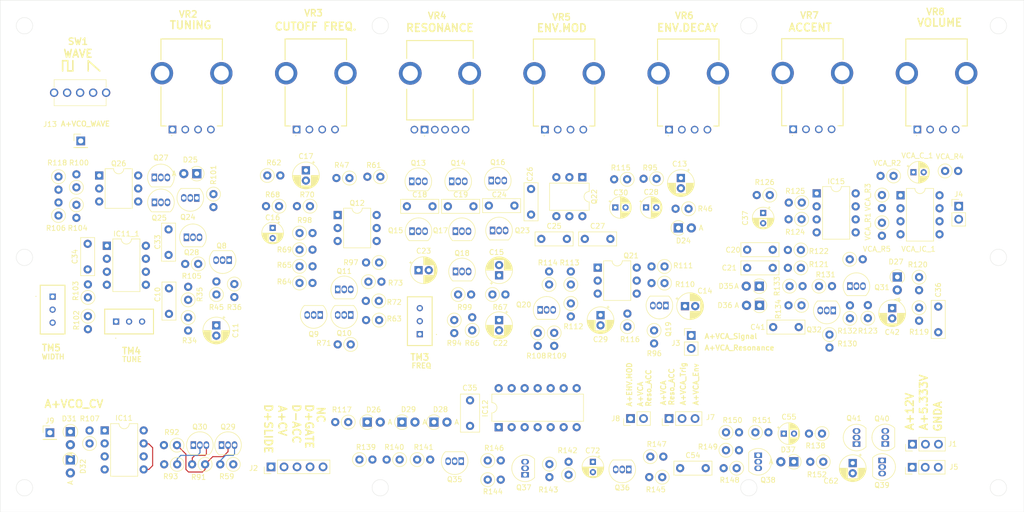
<source format=kicad_pcb>
(kicad_pcb (version 20240108) (generator "pcbnew") (generator_version "8.0")
  (layers (0 "F.Cu" signal) (31 "B.Cu" signal) (34 "B.Paste" user) (35 "F.Paste" user) (36 "B.SilkS" user "B.Silkscreen") (37 "F.SilkS" user "F.Silkscreen") (38 "B.Mask" user) (39 "F.Mask" user) (44 "Edge.Cuts" user))
  (net 0 "")
  (net 1 "GNDA")
  (net 2 "Net-(C35-Pad1)")
  (net 3 "A+ENV_Trig")
  (net 4 "Net-(C54-Pad1)")
  (net 5 "Net-(Q38-E)")
  (net 6 "Net-(Q41-B)")
  (net 7 "Net-(Q36-B)")
  (net 8 "A+12V")
  (net 9 "A+5.333V")
  (net 10 "Net-(D28-K)")
  (net 11 "Net-(D28-A)")
  (net 12 "A+VCO_CV")
  (net 13 "Net-(D37-K)")
  (net 14 "A+VCA_Env")
  (net 15 "A+CV")
  (net 16 "Net-(IC11A--)")
  (net 17 "Net-(IC11B-+)")
  (net 18 "Net-(Q30-C)")
  (net 19 "Net-(Q35-C)")
  (net 20 "Net-(Q29-C)")
  (net 21 "Net-(VR7-CCW)")
  (net 22 "A+ENV.MOD")
  (net 23 "D-ACC")
  (net 25 "D+GATE")
  (net 26 "D+SLIDE")
  (net 27 "A+VCA_Trig")
  (net 28 "A+VCA-Reso_ACC")
  (net 29 "Net-(Q29-B)")
  (net 30 "Net-(Q30-B)")
  (net 31 "Net-(Q35-B)")
  (net 32 "Net-(Q37-B)")
  (net 33 "Net-(Q38-B)")
  (net 34 "Net-(Q40-B)")
  (net 37 "Net-(Q36-E)")
  (net 38 "Net-(D26-A)")
  (net 39 "Net-(VR6-CCW)")
  (net 40 "A+VCO_SAW")
  (net 41 "Net-(C10-Pad1)")
  (net 42 "Net-(Q8-E)")
  (net 43 "Net-(Q25-E)")
  (net 44 "Net-(IC11_1A--)")
  (net 45 "Net-(C34-Pad2)")
  (net 46 "Net-(D25-A)")
  (net 47 "Net-(D25-K)")
  (net 48 "Net-(VR4-CCW_2)")
  (net 49 "Net-(Q8-B)")
  (net 50 "A+VCO_SQU")
  (net 51 "Net-(Q24-E)")
  (net 52 "Net-(Q25-C)")
  (net 53 "Net-(Q26-B2)")
  (net 55 "Net-(Q26-E)")
  (net 56 "Net-(TM4-WIPER)")
  (net 57 "Net-(TM5-CCW)")
  (net 58 "Net-(VR2-WIPER)")
  (net 60 "Net-(IC11_1B-+)")
  (net 61 "A+VCO_WAVE")
  (net 62 "A+VCA_Signal")
  (net 63 "Net-(Q19-E)")
  (net 64 "Net-(C15-Pad1)")
  (net 65 "A+VCA_Resonance")
  (net 66 "Net-(C16-Pad1)")
  (net 67 "Net-(C17-Pad1)")
  (net 68 "Net-(Q12-B1)")
  (net 69 "Net-(Q12-C1)")
  (net 70 "Net-(Q12-C2)")
  (net 71 "Net-(Q15-B)")
  (net 72 "Net-(Q13-B)")
  (net 73 "Net-(C20-Pad2)")
  (net 74 "Net-(C21-Pad2)")
  (net 75 "Net-(C22-Pad1)")
  (net 76 "Net-(C23-Pad1)")
  (net 77 "Net-(Q18-E)")
  (net 78 "Net-(Q17-B)")
  (net 79 "Net-(Q14-B)")
  (net 80 "Net-(Q21-B2)")
  (net 81 "Net-(Q16-B)")
  (net 82 "Net-(Q22-E2)")
  (net 83 "Net-(Q21-B1)")
  (net 84 "Net-(Q19-C)")
  (net 85 "Net-(C29-Pad1)")
  (net 86 "Net-(Q22-B12)")
  (net 87 "Net-(C36-Pad2)")
  (net 88 "Net-(C37-Pad1)")
  (net 89 "Net-(Q32-B)")
  (net 90 "Net-(Q31-B)")
  (net 91 "Net-(D24-K)")
  (net 92 "Net-(D27-K)")
  (net 93 "Net-(D27-A)")
  (net 94 "Net-(D35-K)")
  (net 95 "Net-(D36-K)")
  (net 96 "Net-(IC15--)")
  (net 97 "A+VCA_Control")
  (net 98 "Net-(VCA_IC_1A-+)")
  (net 99 "Net-(IC15-+)")
  (net 102 "Net-(J4-Pin_1)")
  (net 103 "Net-(Q10-C)")
  (net 104 "Net-(Q9-B)")
  (net 105 "Net-(Q10-B)")
  (net 106 "Net-(Q10-E)")
  (net 107 "Net-(Q11-C)")
  (net 108 "Net-(Q12-B2)")
  (net 110 "Net-(Q12-E)")
  (net 111 "Net-(Q18-B)")
  (net 112 "Net-(Q19-B)")
  (net 113 "Net-(Q20-B)")
  (net 114 "Net-(Q20-C)")
  (net 115 "Net-(Q20-E)")
  (net 117 "Net-(Q21-C1)")
  (net 119 "Net-(Q31-E)")
  (net 120 "Net-(Q32-C)")
  (net 121 "Net-(Q32-E)")
  (net 122 "Net-(VR4-CW_2)")
  (net 123 "Net-(VR3-CW)")
  (net 124 "Net-(VR5-CW)")
  (net 125 "Net-(VR5-WIPER)")
  (net 126 "Net-(VR4-WIPER_2)")
  (net 127 "Net-(TM3-CCW)")
  (net 128 "Net-(R131-Pad2)")
  (net 129 "Net-(TM3-CW)")
  (net 130 "Net-(VR8-CCW)")
  (net 131 "Net-(VCA_C_1-Pad1)")
  (net 132 "Net-(VCA_IC_1A--)")
  (net 133 "Net-(VCA_IC_1B-+)")
  (net 134 "Net-(VCA_IC_1-Pad1)")
  (footprint "Capacitor_THT:CP_Radial_D5.0mm_P2.00mm" (layer "F.Cu") (at 77.98 103.29 -90)
    (property "Reference" "C11")
    (property "Value" "1uF/50V")
  )
  (footprint "Capacitor_THT:CP_Radial_D4.0mm_P2.00mm" (layer "F.Cu") (at 88.98 84.25 -90)
    (property "Reference" "C16")
    (property "Value" "10uF/16V")
  )
  (footprint "Resistor_THT:R_Axial_DIN0207_L6.3mm_D2.5mm_P2.54mm_Vertical" (layer "F.Cu") (at 220.34 73.12)
    (property "Reference" "VCA_R4")
    (property "Value" "100K")
  )
  (footprint "Resistor_THT:R_Axial_DIN0207_L6.3mm_D2.5mm_P2.54mm_Vertical" (layer "F.Cu") (at 196.29 124.425 180)
    (property "Reference" "R138")
    (property "Value" "68K")
  )
  (footprint "Resistor_THT:R_Axial_DIN0207_L6.3mm_D2.5mm_P2.54mm_Vertical" (layer "F.Cu") (at 50.65 76.32 90)
    (property "Reference" "R100")
    (property "Value" "1K(TEMPCO)")
  )
  (footprint "Resistor_THT:R_Axial_DIN0207_L6.3mm_D2.5mm_P2.54mm_Vertical" (layer "F.Cu") (at 70.29 126.675 180)
    (property "Reference" "R92")
    (property "Value" "100K")
  )
  (footprint "Package_TO_SOT_THT:TO-92_Inline" (layer "F.Cu") (at 141.23 100.25)
    (property "Reference" "Q20")
    (property "Value" "NPN")
  )
  (footprint "Package_TO_SOT_THT:TO-92_Inline" (layer "F.Cu") (at 125.81 129.815 180)
    (property "Reference" "Q35")
    (property "Value" "NPN")
  )
  (footprint "Package_DIP:DIP-6_W7.62mm" (layer "F.Cu") (at 152.48 92)
    (property "Reference" "Q21")
    (property "Value" "HN4C06J-BL_6P DIP")
  )
  (footprint "Resistor_THT:R_Axial_DIN0207_L6.3mm_D2.5mm_P2.54mm_Vertical" (layer "F.Cu") (at 183.285 124.175)
    (property "Reference" "R151")
    (property "Value" "22K")
  )
  (footprint "Diode_THT:D_A-405_P2.54mm_Vertical_AnodeUp" (layer "F.Cu") (at 114.245 122.175)
    (property "Reference" "D29")
    (property "Value" "D")
  )
  (footprint "Package_DIP:DIP-6_W7.62mm" (layer "F.Cu") (at 101.68 81.725)
    (property "Reference" "Q12")
    (property "Value" "HN4C06J-BL_6P DIP")
  )
  (footprint "Package_TO_SOT_THT:TO-92_Inline" (layer "F.Cu") (at 65.9 79.25)
    (property "Reference" "Q25")
    (property "Value" "NPN")
  )
  (footprint "Resistor_THT:R_Axial_DIN0207_L6.3mm_D2.5mm_P2.54mm_Vertical" (layer "F.Cu") (at 77.42 77.64 -90)
    (property "Reference" "R101")
    (property "Value" "10K")
  )
  (footprint "Resistor_THT:R_Axial_DIN0207_L6.3mm_D2.5mm_P2.54mm_Vertical" (layer "F.Cu") (at 189.955 95.62)
    (property "Reference" "R133")
    (property "Value" "2.2K")
  )
  (footprint "Capacitor_THT:C_Rect_L7.2mm_W2.5mm_P5.00mm_FKS2_FKP2_MKS2_MKP2" (layer "F.Cu") (at 149.96 86.39)
    (property "Reference" "C27")
    (property "Value" "0.1uF")
  )
  (footprint "Resistor_THT:R_Axial_DIN0207_L6.3mm_D2.5mm_P2.54mm_Vertical" (layer "F.Cu") (at 72.48 101.745 -90)
    (property "Reference" "R34")
    (property "Value" "10K")
  )
  (footprint "Package_TO_SOT_THT:TO-92_Inline" (layer "F.Cu") (at 131.69 75)
    (property "Reference" "Q16")
    (property "Value" "NPN")
  )
  (footprint "Capacitor_THT:CP_Radial_D5.0mm_P2.00mm" (layer "F.Cu") (at 95.48 73 -90)
    (property "Reference" "C17")
    (property "Value" "1uF/50V")
  )
  (footprint "Resistor_THT:R_Axial_DIN0207_L6.3mm_D2.5mm_P2.54mm_Vertical" (layer "F.Cu") (at 94.23 95)
    (property "Reference" "R64")
    (property "Value" "10K")
  )
  (footprint "Connector_PinHeader_2.54mm:PinHeader_1x03_P2.54mm_Vertical" (layer "F.Cu") (at 213.96 126.5 90)
    (property "Reference" "J1")
    (property "Value" "Conn_01x03_Pin")
  )
  (footprint "Resistor_THT:R_Axial_DIN0207_L6.3mm_D2.5mm_P2.54mm_Vertical" (layer "F.Cu") (at 107.69 94.75)
    (property "Reference" "R73")
    (property "Value" "100K")
  )
  (footprint "Resistor_THT:R_Axial_DIN0207_L6.3mm_D2.5mm_P2.54mm_Vertical" (layer "F.Cu") (at 109.73 98.5 180)
    (property "Reference" "R72")
    (property "Value" "100K")
  )
  (footprint "Package_TO_SOT_THT:TO-92_Inline" (layer "F.Cu") (at 65.88 74.39)
    (property "Reference" "Q27")
    (property "Value" "PNP")
  )
  (footprint "Resistor_THT:R_Axial_DIN0207_L6.3mm_D2.5mm_P2.54mm_Vertical" (layer "F.Cu") (at 179.62 131.175 180)
    (property "Reference" "R148")
    (property "Value" "10K")
  )
  (footprint "Capacitor_THT:C_Rect_L7.2mm_W2.5mm_P5.00mm_FKS2_FKP2_MKS2_MKP2" (layer "F.Cu") (at 68.73 101.04 90)
    (property "Reference" "C10")
    (property "Value" "0.01uF")
  )
  (footprint "Resistor_THT:R_Axial_DIN0207_L6.3mm_D2.5mm_P2.54mm_Vertical" (layer "F.Cu") (at 143.045 130.385 -90)
    (property "Reference" "R143")
    (property "Value" "10K")
  )
  (footprint "Resistor_THT:R_Axial_DIN0207_L6.3mm_D2.5mm_P2.54mm_Vertical" (layer "F.Cu") (at 109.775 102.25 180)
    (property "Reference" "R63")
    (property "Value" "220K")
  )
  (footprint "Resistor_THT:R_Axial_DIN0207_L6.3mm_D2.5mm_P2.54mm_Vertical" (layer "F.Cu") (at 103.98 74.5 180)
    (property "Reference" "R47")
    (property "Value" "10K")
  )
  (footprint "Resistor_THT:R_Axial_DIN0207_L6.3mm_D2.5mm_P2.54mm_Vertical" (layer "F.Cu") (at 140.77 104.75 -90)
    (property "Reference" "R108")
    (property "Value" "2.2K")
  )
  (footprint "Resistor_THT:R_Axial_DIN0207_L6.3mm_D2.5mm_P2.54mm_Vertical" (layer "F.Cu") (at 205.25 101.87 90)
    (property "Reference" "R123")
    (property "Value" "1.5M")
  )
  (footprint "SamacSys_Parts:2MS1T1B4VS2QES" (layer "F.Cu") (at 53.915 57.83 -90)
    (property "Reference" "SW1")
    (property "Value" "2MS1T1B4VS2QES" (hide yes))
  )
  (footprint "Connector_PinHeader_2.54mm:PinHeader_1x01_P2.54mm_Vertical" (layer "F.Cu") (at 51.5 67.25)
    (property "Reference" "J13")
    (property "Value" "Conn_01x01_Pin")
  )
  (footprint "Resistor_THT:R_Axial_DIN0207_L6.3mm_D2.5mm_P2.54mm_Vertical" (layer "F.Cu") (at 177.535 127.675)
    (property "Reference" "R149")
    (property "Value" "10K")
  )
  (footprint "Resistor_THT:R_Axial_DIN0207_L6.3mm_D2.5mm_P2.54mm_Vertical" (layer "F.Cu") (at 125.21 97.25)
    (property "Reference" "R99")
    (property "Value" "100K")
  )
  (footprint "Resistor_THT:R_Axial_DIN0207_L6.3mm_D2.5mm_P2.54mm_Vertical" (layer "F.Cu") (at 124.46 102.25 -90)
    (property "Reference" "R94")
    (property "Value" "10K")
  )
  (footprint "Capacitor_THT:CP_Radial_D4.0mm_P2.00mm" (layer "F.Cu") (at 151.545 129.952401 -90)
    (property "Reference" "C72")
    (property "Value" "10uF/16V")
  )
  (footprint "Connector_PinHeader_2.54mm:PinHeader_1x02_P2.54mm_Vertical" (layer "F.Cu") (at 222.995 80.01)
    (property "Reference" "J4")
    (property "Value" "Conn_01x02_Pin")
  )
  (footprint "Capacitor_THT:CP_Radial_D4.0mm_P2.00mm" (layer "F.Cu") (at 161.92 80.25)
    (property "Reference" "C28")
    (property "Value" "47uF/16V")
  )
  (footprint "Resistor_THT:R_Axial_DIN0207_L6.3mm_D2.5mm_P2.54mm_Vertical" (layer "F.Cu") (at 177.54 124.175)
    (property "Reference" "R150")
    (property "Value" "22")
  )
  (footprint "Resistor_THT:R_Axial_DIN0207_L6.3mm_D2.5mm_P2.54mm_Vertical" (layer "F.Cu") (at 87.94 74)
    (property "Reference" "R62")
    (property "Value" "220K")
  )
  (footprint "Resistor_THT:R_Axial_DIN0207_L6.3mm_D2.5mm_P2.54mm_Vertical" (layer "F.Cu") (at 105.935 129.5)
    (property "Reference" "R139")
    (property "Value" "100K")
  )
  (footprint "Capacitor_THT:CP_Radial_D5.0mm_P2.00mm" (layer "F.Cu") (at 117.48 92.5)
    (property "Reference" "C23")
    (property "Value" "1uF/50V")
  )
  (footprint "Package_TO_SOT_THT:TO-92_Inline" (layer "F.Cu") (at 124.71 92.75)
    (property "Reference" "Q18")
    (property "Value" "NPN")
  )
  (footprint "Package_DIP:DIP-6_W7.62mm" (layer "F.Cu") (at 55.1 74.005)
    (property "Reference" "Q26")
    (property "Value" "HN4C06J-BL_6P DIP")
  )
  (footprint "Package_TO_SOT_THT:TO-92_Inline" (layer "F.Cu") (at 79 126.675)
    (property "Reference" "Q29")
    (property "Value" "NPN")
  )
  (footprint "Capacitor_THT:C_Rect_L7.2mm_W2.5mm_P5.00mm_FKS2_FKP2_MKS2_MKP2" (layer "F.Cu") (at 181.67 88.5)
    (property "Reference" "C20")
    (property "Value" "0.01uF")
  )
  (footprint "Resistor_THT:R_Axial_DIN0207_L6.3mm_D2.5mm_P2.54mm_Vertical" (layer "F.Cu") (at 47.15 74.235 -90)
    (property "Reference" "R118")
    (property "Value" "100K")
  )
  (footprint "Resistor_THT:R_Axial_DIN0207_L6.3mm_D2.5mm_P2.54mm_Vertical" (layer "F.Cu") (at 74.44 91.28 180)
    (property "Reference" "R105")
    (property "Value" "10K")
  )
  (footprint "Resistor_THT:R_Axial_DIN0207_L6.3mm_D2.5mm_P2.54mm_Vertical" (layer "F.Cu") (at 103.75 122.175 180)
    (property "Reference" "R117")
    (property "Value" "22K")
  )
  (footprint "Resistor_THT:R_Axial_DIN0207_L6.3mm_D2.5mm_P2.54mm_Vertical" (layer "F.Cu") (at 215.25 93.87 -90)
    (property "Reference" "R120")
    (property "Value" "22K")
  )
  (footprint "Package_TO_SOT_THT:TO-92_Inline" (layer "F.Cu") (at 198.5 100.37 180)
    (property "Reference" "Q32")
    (property "Value" "NPN")
  )
  (footprint "Resistor_THT:R_Axial_DIN0207_L6.3mm_D2.5mm_P2.54mm_Vertical" (layer "F.Cu") (at 50.65 79.735 -90)
    (property "Reference" "R104")
    (property "Value" "2.2K")
  )
  (footprint "Diode_THT:D_A-405_P2.54mm_Vertical_AnodeUp" (layer "F.Cu") (at 107.46 122.175)
    (property "Reference" "D26")
    (property "Value" "D")
  )
  (footprint "SamacSys_Parts:3296W1502A" (layer "F.Cu") (at 117.73 105)
    (property "Reference" "TM3")
    (property "Value" "500K" (hide yes))
  )
  (footprint "SamacSys_Parts:PTV1113420AA103" (layer "F.Cu") (at 69.415 65.025)
    (property "Reference" "VR2")
    (property "Value" "50K(B)" (hide yes))
  )
  (footprint "Package_TO_SOT_THT:TO-92_Inline" (layer "F.Cu") (at 73.5 126.675)
    (property "Reference" "Q30")
    (property "Value" "NPN")
  )
  (footprint "Resistor_THT:R_Axial_DIN0207_L6.3mm_D2.5mm_P2.54mm_Vertical" (layer "F.Cu") (at 70.335 130.425 180)
    (property "Reference" "R93")
    (property "Value" "100K")
  )
  (footprint "Resistor_THT:R_Axial_DIN0207_L6.3mm_D2.5mm_P2.54mm_Vertical" (layer "F.Cu") (at 146.79 132.465 90)
    (property "Reference" "R142")
    (property "Value" "10K")
  )
  (footprint "Resistor_THT:R_Axial_DIN0207_L6.3mm_D2.5mm_P2.54mm_Vertical" (layer "F.Cu") (at 81.29 130.425 180)
    (property "Reference" "R59")
    (property "Value" "100K")
  )
  (footprint "Resistor_THT:R_Axial_DIN0207_L6.3mm_D2.5mm_P2.54mm_Vertical" (layer "F.Cu") (at 72.48 98.29 90)
    (property "Reference" "R35")
    (property "Value" "100K")
  )
  (footprint "Package_TO_SOT_THT:TO-92_Inline" (layer "F.Cu") (at 116.17 75.14)
    (property "Reference" "Q13")
    (property "Value" "NPN")
  )
  (footprint "Capacitor_THT:CP_Radial_D5.0mm_P2.00mm" (layer "F.Cu") (at 202.29 130.175 -90)
    (property "Reference" "C62")
    (property "Value" "1uF/50V")
  )
  (footprint "Connector_PinHeader_2.54mm:PinHeader_1x02_P2.54mm_Vertical" (layer "F.Cu") (at 158.89 121.48 90)
    (property "Reference" "J8")
    (property "Value" "Conn_01x02_Pin")
  )
  (footprint "Capacitor_THT:C_Rect_L7.2mm_W2.5mm_P5.00mm_FKS2_FKP2_MKS2_MKP2" (layer "F.Cu") (at 173.58 131.175 180)
    (property "Reference" "C54")
    (property "Value" "0.047uF")
  )
  (footprint "Package_TO_SOT_THT:TO-92_Inline" (layer "F.Cu") (at 208.65 126.445 90)
    (property "Reference" "Q40")
    (property "Value" "NPN")
  )
  (footprint "Capacitor_THT:C_Rect_L7.2mm_W2.5mm_P5.00mm_FKS2_FKP2_MKS2_MKP2" (layer "F.Cu") (at 219 104.62 90)
    (property "Reference" "C36")
    (property "Value" "0.033uF")
  )
  (footprint "Resistor_THT:R_Axial_DIN0207_L6.3mm_D2.5mm_P2.54mm_Vertical" (layer "F.Cu") (at 94.23 88.5)
    (property "Reference" "R69")
    (property "Value" "2.2K")
  )
  (footprint "Resistor_THT:R_Axial_DIN0207_L6.3mm_D2.5mm_P2.54mm_Vertical" (layer "F.Cu") (at 94.235 91.75)
    (property "Reference" "R65")
    (property "Value" "10K")
  )
  (footprint "SamacSys_Parts:PTV1124420AA504" (layer "F.Cu") (at 118.665 65.05)
    (property "Reference" "VR4")
    (property "Value" "50K(B)2連" (hide yes))
  )
  (footprint "Resistor_THT:R_Axial_DIN0207_L6.3mm_D2.5mm_P2.54mm_Vertical" (layer "F.Cu") (at 81.5 95.21 -90)
    (property "Reference" "R36")
    (property "Value" "10K")
  )
  (footprint "Package_DIP:DIP-6_W7.62mm" (layer "F.Cu") (at 149.485 74.34 -90)
    (property "Reference" "Q22")
    (property "Value" "DMMT3906_6P DIP")
  )
  (footprint "Resistor_THT:R_Axial_DIN0207_L6.3mm_D2.5mm_P2.54mm_Vertical" (layer "F.Cu") (at 47.15 81.82 90)
    (property "Reference" "R106")
    (property "Value" "27K")
  )
  (footprint "Resistor_THT:R_Axial_DIN0207_L6.3mm_D2.5mm_P2.54mm_Vertical" (layer "F.Cu") (at 192.17 92.05 180)
    (property "Reference" "R121")
    (property "Value" "220K")
  )
  (footprint "Diode_THT:D_A-405_P2.54mm_Vertical_AnodeUp" (layer "F.Cu") (at 49.47 129.565 -90)
    (property "Reference" "D32")
    (property "Value" "D")
  )
  (footprint "Diode_THT:D_A-405_P2.54mm_Vertical_AnodeUp" (layer "F.Cu") (at 211 93.83 -90)
    (property "Reference" "D27")
    (property "Value" "D")
  )
  (footprint "Package_DIP:DIP-8_W7.62mm" (layer "F.Cu") (at 56.17 123.805)
    (property "Reference" "IC11")
    (property "Value" "AN6562")
  )
  (footprint "SamacSys_Parts:PTV1113420AA103" (layer "F.Cu") (at 93.665 65.025)
    (property "Reference" "VR3")
    (property "Value" "50K(A)" (hide yes))
  )
  (footprint "Capacitor_THT:CP_Radial_D5.0mm_P2.00mm" (layer "F.Cu") (at 168.73 74.5 -90)
    (property "Reference" "C13")
    (property "Value" "1uF/50V")
  )
  (footprint "Capacitor_THT:C_Rect_L7.2mm_W3.5mm_P5.00mm_FKS2_FKP2_MKS2_MKP2" (layer "F.Cu") (at 127.54 122.925 90)
    (property "Reference" "C35")
    (property "Value" "0.22uF")
  )
  (footprint "Package_TO_SOT_THT:TO-92_Inline" (layer "F.Cu") (at 74.17 78.39 180)
    (property "Reference" "Q24")
    (property "Value" "NPN")
  )
  (footprint "Capacitor_THT:C_Rect_L7.2mm_W2.5mm_P5.00mm_FKS2_FKP2_MKS2_MKP2" (layer "F.Cu") (at 181.67 92.05)
    (property "Reference" "C21")
    (property "Value" "0.01uF")
  )
  (footprint "Package_TO_SOT_THT:TO-92_Inline" (layer "F.Cu") (at 138.295 132.465 90)
    (property "Reference" "Q37")
    (property "Value" "NPN")
  )
  (footprint "Capacitor_THT:CP_Radial_D4.0mm_P2.00mm" (layer "F.Cu") (at 214.157401 73.37)
    (property "Reference" "VCA_C_1")
    (property "Value" "10uF/16V")
  )
  (footprint "Capacitor_THT:C_Rect_L7.2mm_W2.5mm_P5.00mm_FKS2_FKP2_MKS2_MKP2" (layer "F.Cu") (at 131.21 79.89)
    (property "Reference" "C24")
    (property "Value" "0.033uF")
  )
  (footprint "SamacSys_Parts:PTV1113420AA103" (layer "F.Cu") (at 166.415 65.05)
    (property "Reference" "VR6")
    (property "Value" "1M(A)" (hide yes))
  )
  (footprint "Resistor_THT:R_Axial_DIN0207_L6.3mm_D2.5mm_P2.54mm_Vertical" (layer "F.Cu") (at 110.025 74.25 180)
    (property "Reference" "R61")
    (property "Value" "10K")
  )
  (footprint "Resistor_THT:R_Axial_DIN0207_L6.3mm_D2.5mm_P2.54mm_Vertical" (layer "F.Cu") (at 162.755 128.925)
    (property "Reference" "R147")
    (property "Value" "22")
  )
  (footprint "Resistor_THT:R_Axial_DIN0207_L6.3mm_D2.5mm_P2.54mm_Vertical" (layer "F.Cu") (at 195.705 95.62)
    (property "Reference" "R131")
    (property "Value" "220K")
  )
  (footprint "Capacitor_THT:CP_Radial_D4.0mm_P2.00mm" (layer "F.Cu") (at 188.83 124.425)
    (property "Reference" "C55")
    (property "Value" "47uF/16V")
  )
  (footprint "Package_TO_SOT_THT:TO-92_Inline" (layer "F.Cu") (at 80.48 90.54 180)
    (property "Reference" "Q8")
    (property "Value" "PNP")
  )
  (footprint "Diode_THT:D_A-405_P2.54mm_Vertical_AnodeUp" (layer "F.Cu") (at 49.47 124.06 -90)
    (property "Reference" "D31")
    (property "Value" "D")
  )
  (footprint "Capacitor_THT:CP_Radial_D5.0mm_P2.00mm" (layer "F.Cu") (at 133.21 93.5 90)
    (property "Reference" "C15")
    (property "Value" "1uF/50V")
  )
  (footprint "Diode_THT:D_A-405_P2.54mm_Vertical_AnodeUp" (layer "F.Cu") (at 184.085 99.37 180)
    (property "Reference" "D36")
    (property "Value" "D")
  )
  (footprint "Resistor_THT:R_Axial_DIN0207_L6.3mm_D2.5mm_P2.54mm_Vertical" (layer "F.Cu") (at 53.22 126.355 90)
    (property "Reference" "R107")
    (property "Value" "2.2K")
  )
  (footprint "Resistor_THT:R_Axial_DIN0207_L6.3mm_D2.5mm_P2.54mm_Vertical" (layer "F.Cu") (at 96.275 80 180)
    (property "Reference" "R70")
    (property "Value" "2.2K")
  )
  (footprint "Package_DIP:DIP-14_W7.62mm" (layer "F.Cu") (at 133.13 123.175 90)
    (property "Reference" "IC12")
    (property "Value" "4066")
  )
  (footprint "Package_TO_SOT_THT:TO-92_Inline" (layer "F.Cu") (at 165.8 99.415 180)
    (property "Reference" "Q19")
    (property "Value" "NPN")
  )
  (footprint "Resistor_THT:R_Axial_DIN0207_L6.3mm_D2.5mm_P2.54mm_Vertical" (layer "F.Cu") (at 109.77 91 180)
    (property "Reference" "R97")
    (property "Value" "10K")
  )
  (footprint "Capacitor_THT:CP_Radial_D4.0mm_P2.00mm" (layer "F.Cu") (at 155.92 80.25)
    (property "Reference" "C30")
    (property "Value" "10uF/16V")
  )
  (footprint "Package_TO_SOT_THT:TO-92_Inline" (layer "F.Cu") (at 131.94 84.75)
    (property "Reference" "Q23")
    (property "Value" "NPN")
  )
  (footprint "SamacSys_Parts:3296W1502A" (layer "F.Cu") (at 58.4 102.54 -90)
    (property "Reference" "TM4")
    (property "Value" "50K" (hide yes))
  )
  (footprint "Resistor_THT:R_Axial_DIN0207_L6.3mm_D2.5mm_P2.54mm_Vertical" (layer "F.Cu") (at 52.9 101.485 -90)
    (property "Reference" "R102")
    (property "Value" "100K")
  )
  (footprint "Resistor_THT:R_Axial_DIN0207_L6.3mm_D2.5mm_P2.54mm_Vertical" (layer "F.Cu") (at 192.17 88.55 180)
    (property "Reference" "R122")
    (property "Value" "100K")
  )
  (footprint "Resistor_THT:R_Axial_DIN0207_L6.3mm_D2.5mm_P2.54mm_Vertical" (layer "F.Cu") (at 210.27 74.09 180)
    (property "Reference" "VCA_R2")
    (property "Value" "100")
  )
  (footprint "Capacitor_THT:CP_Radial_D5.0mm_P2.00mm" (layer "F.Cu") (at 169.53 99.525)
    (property "Reference" "C14")
    (property "Value" "1uF/50V")
  )
  (footprint "Resistor_THT:R_Axial_DIN0207_L6.3mm_D2.5mm_P2.54mm_Vertical" (layer "F.Cu") (at 147.23 95.295 90)
    (property "Reference" "R113")
    (property "Value" "100K")
  )
  (footprint "Package_TO_SOT_THT:TO-92_Inline" (layer "F.Cu") (at 123.96 75.14)
    (property "Reference" "Q14")
    (property "Value" "NPN")
  )
  (footprint "Connector_PinHeader_2.54mm:PinHeader_1x03_P2.54mm_Vertical" (layer "F.Cu") (at 213.92 131 90)
    (property "Reference" "J5")
    (property "Value" "Conn_01x03_Pin")
  )
  (footprint "Capacitor_THT:C_Rect_L7.2mm_W2.5mm_P5.00mm_FKS2_FKP2_MKS2_MKP2" (layer "F.Cu") (at 186.75 103.62)
    (property "Reference" "C41")
    (property "Value" "0.1uF")
  )
  (footprint "Capacitor_THT:C_Rect_L7.2mm_W2.5mm_P5.00mm_FKS2_FKP2_MKS2_MKP2" (layer "F.Cu") (at 139.46 76.64 -90)
    (property "Reference" "C26")
    (property "Value" "0.033uF")
  )
  (footprint "Resistor_THT:R_Axial_DIN0207_L6.3mm_D2.5mm_P2.54mm_Vertical" (layer "F.Cu") (at 131.915 97.25)
    (property "Reference" "R67")
    (property "Value" "2.2K")
  )
  (footprint "Diode_THT:D_A-405_P2.54mm_Vertical_AnodeUp" (layer "F.Cu") (at 74.17 73.64 180)
    (property "Reference" "D25")
    (property "Value" "D")
  )
  (footprint "Resistor_THT:R_Axial_DIN0207_L6.3mm_D2.5mm_P2.54mm_Vertical" (layer "F.Cu") (at 165.53 95.025 180)
    (property "Reference" "R110")
    (property "Value" "22K")
  )
  (footprint "SamacSys_Parts:PTV1113420AA103" (layer "F.Cu") (at 214.915 65.025)
    (property "Reference" "VR8")
    (property "Value" "10K(B)" (hide yes))
  )
  (footprint "Resistor_THT:R_Axial_DIN0207_L6.3mm_D2.5mm_P2.54mm_Vertical" (layer "F.Cu") (at 208 83.24 -90)
    (property "Reference" "VCA_R1")
    (property "Value" "10K")
  )
  (footprint "Resistor_THT:R_Axial_DIN0207_L6.3mm_D2.5mm_P2.54mm_Vertical" (layer "F.Cu") (at 143.98 104.75 -90)
    (property "Reference" "R109")
    (property "Value" "10K")
  )
  (footprint "Resistor_THT:R_Axial_DIN0207_L6.3mm_D2.5mm_P2.54mm_Vertical" (layer "F.Cu") (at 196.54 129.925 180)
    (property "Reference" "R152")
    (property "Value" "100")
  )
  (footprint "Package_DIP:DIP-8_W7.62mm" (layer "F.Cu") (at 56.6 87.73)
    (property "Reference" "IC11_1")
    (property "Value" "AN6562")
  )
  (footprint "Resistor_THT:R_Axial_DIN0207_L6.3mm_D2.5mm_P2.54mm_Vertical" (layer "F.Cu") (at 192.3 82.55 180)
    (property "Reference" "R124")
    (property "Value" "2.2K")
  )
  (footprint "Resistor_THT:R_Axial_DIN0207_L6.3mm_D2.5mm_P2.54mm_Vertical" (layer "F.Cu") (at 131 129.675)
    (property "Reference" "R146")
    (property "Value" "22K")
  )
  (footprint "Resistor_THT:R_Axial_DIN0207_L6.3mm_D2.5mm_P2.54mm_Vertical" (layer "F.Cu") (at 215.25 99.825 -90)
    (property "Reference" "R119")
    (property "Value" "47K")
  )
  (footprint "Package_TO_SOT_THT:TO-92_Inline" (layer "F.Cu") (at 208.04 129.675 -90)
    (property "Reference" "Q39")
    (property "Value" "NJFET")
  )
  (footprint "Package_DIP:DIP-8_W7.62mm" (layer "F.Cu") (at 195.25 77.5)
    (property "Reference" "IC15")
    (property "Value" "CA3080A")
  )
  (footprint "Package_TO_SOT_THT:TO-92_Inline" (layer "F.Cu") (at 183.83 128.655 -90)
    (property "Reference" "Q38")
    (property "Value" "PNP")
  )
  (footprint "Resistor_THT:R_Axial_DIN0207_L6.3mm_D2.5mm_P2.54mm_Vertical" (layer "F.Cu") (at 165.53 91.775 180)
    (property "Reference" "R111")
    (property "Value" "22K")
  )
  (footprint "Resistor_THT:R_Axial_DIN0207_L6.3mm_D2.5mm_P2.54mm_Vertical" (layer "F.Cu") (at 170.23 80.5 180)
    (property "Reference" "R46")
    (property "Value" "47K")
  )
  (footprint "Package_TO_SOT_THT:TO-92_Inline" (layer "F.Cu") (at 72.15 86.08)
    (property "Reference" "Q28")
    (property "Value" "NJFET")
  )
  (footprint "Connector_PinHeader_2.54mm:PinHeader_1x01_P2.54mm_Vertical" (layer "F.Cu") (at 45.47 124.25)
    (property "Reference" "J9")
    (property "Value" "Conn_01x01_Pin")
  )
  (footprint "Resistor_THT:R_Axial_DIN0207_L6.3mm_D2.5mm_P2.54mm_Vertical" (layer "F.Cu") (at 117.21 129.5)
    (property "Reference" "R141")
    (property "Value" "100K")
  )
  (footprint "Connector_PinHeader_2.54mm:PinHeader_1x02_P2.54mm_Vertical" (layer "F.Cu") (at 170.75 105.25)
    (property "Reference" "J3")
    (property "Value" "Conn_01x02_Pin")
  )
  (footprint "Capacitor_THT:CP_Radial_D5.0mm_P2.00mm" (layer "F.Cu") (at 153.03 101.275 -90)
    (property "Reference" "C29")
    (property "Value" "1uF/50V")
  )
  (footprint "Capacitor_THT:CP_Radial_D4.0mm_P2.00mm" (layer "F.Cu") (at 184.8 81.327401 -90)
    (property "Reference" "C37")
    (property "Value" "10uF/16V")
  )
  (footprint "SamacSys_Parts:PTV1113420AA103" (layer "F.Cu") (at 190.665 64.98)
    (property "Reference" "VR7")
    (property "Value" "50K(B)" (hide yes))
  )
  (footprint "Resistor_THT:R_Axial_DIN0207_L6.3mm_D2.5mm_P2.54mm_Vertical" (layer "F.Cu") (at 208 77.825 -90)
    (property "Reference" "VCA_R3")
    (property "Value" "100K")
  )
  (footprint "Resistor_THT:R_Axial_DIN0207_L6.3mm_D2.5mm_P2.54mm_Vertical" (layer "F.Cu") (at 131 133.425)
    (property "Reference" "R144")
    (property "Value" "10K")
  )
  (footprint "Capacitor_THT:C_Rect_L7.2mm_W2.5mm_P5.00mm_FKS2_FKP2_MKS2_MKP2" (layer "F.Cu") (at 115.21 80.03)
    (property "Reference" "C18")
    (property "Value" "0.018uF")
  )
  (footprint "Resistor_THT:R_Axial_DIN0207_L6.3mm_D2.5mm_P2.54mm_Vertical" (layer "F.Cu") (at 158.28 103.525 90)
    (property "Reference" "R116")
    (property "Value" "10K")
  )
  (footprint "Resistor_THT:R_Axial_DIN0207_L6.3mm_D2.5mm_P2.54mm_Vertical" (layer "F.Cu") (at 113.79 129.5 180)
    (property "Reference" "R140")
    (property "Value" "100K")
  )
  (footprint "Package_TO_SOT_THT:TO-92_Inline" (layer "F.Cu") (at 98.27 101.25 180)
    (property "Reference" "Q9")
    (property "Value" "PNP")
  )
  (footprint "Capacitor_THT:CP_Radial_D5.0mm_P2.00mm" (layer "F.Cu") (at 210 99.914888 -90)
    (property "Reference" "C42")
    (property "Value" "1uF/50V")
  )
  (footprint "Resistor_THT:R_Axial_DIN0207_L6.3mm_D2.5mm_P2.54mm_Vertical" (layer "F.Cu") (at 201.75 101.91 90)
    (property "Reference" "R132")
    (property "Value" "100")
  )
  (footprint "Resistor_THT:R_Axial_DIN0207_L6.3mm_D2.5mm_P2.54mm_Vertical" (layer "F.Cu") (at 142.98 95.295 90)
    (property "Reference" "R114")
    (property "Value" "100K")
  )
  (footprint "Resistor_THT:R_Axial_DIN0207_L6.3mm_D2.5mm_P2.54mm_Vertical" (layer "F.Cu") (at 75.79 130.425 180)
    (property "Reference" "R91")
    (property "Value" "1M")
  )
  (footprint "Resistor_THT:R_Axial_DIN0207_L6.3mm_D2.5mm_P2.54mm_Vertical" (layer "F.Cu") (at 192.29 99.37 180)
    (property "Reference" "R134")
    (property "Value" "22K")
  )
  (footprint "Resistor_THT:R_Axial_DIN0207_L6.3mm_D2.5mm_P2.54mm_Vertical" (layer "F.Cu") (at 127.96 104.25 90)
    (property "Reference" "R66")
    (property "Value" "100K")
  )
  (footprint "Resistor_THT:R_Axial_DIN0207_L6.3mm_D2.5mm_P2.54mm_Vertical" (layer "F.Cu") (at 163.49 104.275 -90)
    (property "Reference" "R96")
    (property "Value" "10K")
  )
  (footprint "Resistor_THT:R_Axial_DIN0207_L6.3mm_D2.5mm_P2.54mm_Vertical" (layer "F.Cu") (at 201.71 90.37)
    (property "Reference" "VCA_R5")
    (property "Value" "47K")
  )
  (footprint "Resistor_THT:R_Axial_DIN0207_L6.3mm_D2.5mm_P2.54mm_Vertical" (layer "F.Cu") (at 104.23 107 180)
    (property "Reference" "R71")
    (property "Value" "2.2K")
  )
  (footprint "Capacitor_THT:C_Rect_L7.2mm_W2.5mm_P5.00mm_FKS2_FKP2_MKS2_MKP2" (layer "F.Cu") (at 141.46 86.39)
    (property "Reference" "C25")
    (property "Value" "0.1uF")
  )
  (footprint "Resistor_THT:R_Axial_DIN0207_L6.3mm_D2.5mm_P2.54mm_Vertical" (layer "F.Cu") (at 78 97.25 90)
    (property "Reference" "R45")
    (property "Value" "22K")
  )
  (footprint "Resistor_THT:R_Axial_DIN0207_L6.3mm_D2.5mm_P2.54mm_Vertical" (layer "F.Cu") (at 197.75 105.08 -90)
    (property "Reference" "R130")
    (property "Value" "100")
  )
  (footprint "Capacitor_THT:C_Rect_L7.2mm_W2.5mm_P5.00mm_FKS2_FKP2_MKS2_MKP2" (layer "F.Cu") (at 123.21 80.03)
    (property "Reference" "C19")
    (property "Value" "0.033uF")
  )
  (footprint "Connector_PinHeader_2.54mm:PinHeader_1x03_P2.54mm_Vertical" (layer "F.Cu") (at 166.415 121.48 90)
    (property "Reference" "J7")
    (property "Value" "Conn_01x03_Pin")
  )
  (footprint "Package_TO_SOT_THT:TO-92_Inline" (layer "F.Cu") (at 158.545 131.425 180)
    (property "Reference" "Q36")
    (property "Value" "PNP")
  )
  (footprint "Diode_THT:D_A-405_P2.54mm_Vertical_AnodeUp" (layer "F.Cu") (at 184.04 95.62 180)
    (property "Reference" "D35")
    (property "Value" "D")
  )
  (footprint "Package_TO_SOT_THT:TO-92_Inline" (layer "F.Cu") (at 203.04 126.465 90)
    (property "Reference" "Q41")
    (property "Value" "NPN")
  )
  (footprint "Resistor_THT:R_Axial_DIN0207_L6.3mm_D2.5mm_P2.54mm_Vertical" (layer "F.Cu") (at 163.98 74.64 180)
    (property "Reference" "R95")
    (property "Value" "100")
  )
  (footprint "Package_TO_SOT_THT:TO-92_Inline" (layer "F.Cu") (at 104.23 101.25 180)
    (property "Reference" "Q10")
    (property "Value" "PNP")
  )
  (footprint "Package_TO_SOT_THT:TO-92_Inline" (layer "F.Cu") (at 201.75 95.62)
    (property "Reference" "Q31")
    (property "Value" "PNP")
  )
  (footprint "Resistor_THT:R_Axial_DIN0207_L6.3mm_D2.5mm_P2.54mm_Vertical" (layer "F.Cu") (at 186.09 77.827401 180)
    (property "Reference" "R126")
    (property "Value" "2.2K")
  )
  (footprint "Package_TO_SOT_THT:TO-92_Inline" (layer "F.Cu") (at 101.69 96.25)
    (property "Reference" "Q11")
    (property "Value" "NPN")
  )
  (footprint "Capacitor_THT:C_Rect_L7.2mm_W2.5mm_P5.00mm_FKS2_FKP2_MKS2_MKP2" (layer "F.Cu") (at 52.85 92.35 90)
    (property "Reference" "C34")
    (property "Value" "0.001uF")
  )
  (footprint "Resistor_THT:R_Axial_DIN0207_L6.3mm_D2.5mm_P2.54mm_Vertical" (layer "F.Cu") (at 90.23 80 180)
    (property "Reference" "R68")
    (property "Value" "2.2K")
  )
  (footprint "Diode_THT:D_A-405_P2.54mm_Vertical_AnodeUp" (layer "F.Cu") (at 120.495 122.175)
    (property "Reference" "D28")
    (property "Value" "D")
  )
  (footprint "Resistor_THT:R_Axial_DIN0207_L6.3mm_D2.5mm_P2.54mm_Vertical" (layer "F.Cu") (at 192.34 79.3 180)
    (property "Reference" "R125")
    (property "Value" "2.2K")
  )
  (footprint "Package_TO_SOT_THT:TO-92_Inline" (layer "F.Cu") (at 124.69 84.89)
    (property "Reference" "Q17")
    (property "Value" "NPN")
  )
  (footprint "SamacSys_Parts:PTV1113420AA103" (layer "F.Cu") (at 142.165 65.05)
    (property "Reference" "VR5")
    (property "Value" "50K(A)" (hide yes))
  )
  (footprint "Diode_THT:D_A-405_P2.54mm_Vertical_AnodeUp" (layer "F.Cu") (at 190.79 129.925 180)
    (property "Reference" "D37")
    (property "Value" "D")
  )
  (footprint "Package_TO_SOT_THT:TO-92_Inline" (layer "F.Cu") (at 116.21 84.89)
    (property "Reference" "Q15")
    (property "Value" "NPN")
  )
  (footprint "Capacitor_THT:CP_Radial_D5.0mm_P2.00mm" (layer "F.Cu") (at 133.21 102.25 -90)
    (property "Reference" "C22")
    (property "Value" "1uF/50V")
  )
  (footprint "Connector_PinHeader_2.54mm:PinHeader_1x05_P2.54mm_Vertical" (layer "F.Cu") (at 88.67 130.925 90)
    (property "Reference" "J2")
    (property "Value" "Conn_01x05_Pin")
  )
  (footprint "Resistor_THT:R_Axial_DIN0207_L6.3mm_D2.5mm_P2.54mm_Vertical" (layer "F.Cu") (at 94.235 85.25)
    (property "Reference" "R98")
    (property "Value" "2.2K")
  )
  (footprint "Diode_THT:D_A-405_P2.54mm_Vertical_AnodeUp" (layer "F.Cu") (at 168.23 84.25)
    (property "Reference" "D24")
    (property "Value" "D")
  )
  (footprint "Resistor_THT:R_Axial_DIN0207_L6.3mm_D2.5mm_P2.54mm_Vertical" (layer "F.Cu") (at 158.23 74.75 180)
    (property "Reference" "R115")
    (property "Value" "10K")
  )
  (footprint "Resistor_THT:R_Axial_DIN0207_L6.3mm_D2.5mm_P2.54mm_Vertical" (layer "F.Cu") (at 147.23 99 -90)
    (property "Reference" "R112")
    (property "Value" "10K")
  )
  (footprint "Resistor_THT:R_Axial_DIN0207_L6.3mm_D2.5mm_P2.54mm_Vertical" (layer "F.Cu") (at 165.085 132.925 180)
    (property "Reference" "R145")
    (property "Value" "10K")
  )
  (footprint "SamacSys_Parts:3296W1502A" (layer "F.Cu") (at 46 97.67 180)
    (property "Reference" "TM5")
    (property "Value" "5K" (hide yes))
  )
  (footprint "Package_DIP:DIP-8_W7.62mm" (layer "F.Cu") (at 211.63 77.87)
    (property "Reference" "VCA_IC_1")
    (property "Value" "Opamp_Dual")
  )
  (footprint "Resistor_THT:R_Axial_DIN0207_L6.3mm_D2.5mm_P2.54mm_Vertical" (layer "F.Cu") (at 52.9 97.82 90)
    (property "Reference" "R103")
    (property "Value" "220K")
  )
  (footprint "Capacitor_THT:C_Rect_L7.2mm_W2.5mm_P5.00mm_FKS2_FKP2_MKS2_MKP2" (layer "F.Cu") (at 68.65 89.53 90)
    (property "Reference" "C33")
    (property "Value" "0.01uF")
  )
  (gr_line (start 48.955 51.58) (end 48.955 53.58) (stroke (width 0.3)) (layer "F.SilkS"))
  (gr_line (start 47.955 51.58) (end 48.955 51.58) (stroke (width 0.3)) (layer "F.SilkS"))
  (gr_line (start 47.955 53.58) (end 47.955 51.58) (stroke (width 0.3)) (layer "F.SilkS"))
  (gr_line (start 49.955 53.58) (end 49.955 51.58) (stroke (width 0.3)) (layer "F.SilkS"))
  (gr_line (start 52.955 51.58) (end 55.205 53.58) (stroke (width 0.3)) (layer "F.SilkS"))
  (gr_line (start 52.955 51.58) (end 52.955 53.58) (stroke (width 0.3)) (layer "F.SilkS"))
  (gr_line (start 48.955 53.58) (end 49.955 53.58) (stroke (width 0.3)) (layer "F.SilkS"))
  (gr_circle (center 40.5 90) (end 42.1 90) (stroke (width 0.05)) (fill none) (layer "Edge.Cuts"))
  (gr_circle (center 230.75 135) (end 232.35 135) (stroke (width 0.05)) (fill none) (layer "Edge.Cuts"))
  (gr_circle (center 182 135) (end 183.6 135) (stroke (width 0.05)) (fill none) (layer "Edge.Cuts"))
  (gr_circle (center 230.75 90) (end 232.35 90) (stroke (width 0.05)) (fill none) (layer "Edge.Cuts"))
  (gr_circle (center 182 44.75) (end 183.6 44.75) (stroke (width 0.05)) (fill none) (layer "Edge.Cuts"))
  (gr_circle (center 230.75 44.75) (end 232.35 44.75) (stroke (width 0.05)) (fill none) (layer "Edge.Cuts"))
  (gr_circle (center 40.5 135) (end 42.1 135) (stroke (width 0.05)) (fill none) (layer "Edge.Cuts"))
  (gr_rect (start 35.75 39.75) (end 235.75 139.75) (stroke (width 0.05)) (fill none) (layer "Edge.Cuts"))
  (gr_circle (center 110 135) (end 111.6 135) (stroke (width 0.05)) (fill none) (layer "Edge.Cuts"))
  (gr_circle (center 40.5 44.75) (end 42.1 44.75) (stroke (width 0.05)) (fill none) (layer "Edge.Cuts"))
  (gr_circle (center 110 44.75) (end 111.6 44.75) (stroke (width 0.05)) (fill none) (layer "Edge.Cuts"))
  (gr_text "WIDTH" (at 43.75 110 0) (layer "F.SilkS") (effects (font (size 1 1) (thickness 0.2) (bold yes)) (justify left bottom)))
  (gr_text "TUNING" (at 68.73 45.51 0) (layer "F.SilkS") (effects (font (size 1.5 1.5) (thickness 0.3) (bold yes)) (justify left bottom)))
  (gr_text "CUTOFF FREQ." (at 89.215 45.775 0) (layer "F.SilkS") (effects (font (size 1.5 1.5) (thickness 0.3) (bold yes)) (justify left bottom)))
  (gr_text "A+CV" (at 90 118.75 -90) (layer "F.SilkS") (effects (font (size 1.5 1.5) (thickness 0.3) (bold yes)) (justify left bottom)))
  (gr_text "A+12V" (at 214.295 123.95 90) (layer "F.SilkS") (effects (font (size 1.5 1.5) (thickness 0.3) (bold yes)) (justify left bottom)))
  (gr_text "RESONANCE" (at 114.865 46.05 0) (layer "F.SilkS") (effects (font (size 1.5 1.5) (thickness 0.3) (bold yes)) (justify left bottom)))
  (gr_text "A+VCA_Trig" (at 169.75 119 90) (layer "F.SilkS") (effects (font (size 1 1) (thickness 0.2) (bold yes)) (justify left bottom)))
  (gr_text "A+VCA_Resonance" (at 173.25 108.25 0) (layer "F.SilkS") (effects (font (size 1 1) (thickness 0.2) (bold yes)) (justify left bottom)))
  (gr_text "A+VCO_WAVE" (at 47.5 64.5 0) (layer "F.SilkS") (effects (font (size 1 1) (thickness 0.2) (bold yes)) (justify left bottom)))
  (gr_text "VOLUME" (at 214.715 45.025 0) (layer "F.SilkS") (effects (font (size 1.5 1.5) (thickness 0.3) (bold yes)) (justify left bottom)))
  (gr_text "TUNE" (at 59.5 110.5 0) (layer "F.SilkS") (effects (font (size 1 1) (thickness 0.2) (bold yes)) (justify left bottom)))
  (gr_text "GNDA" (at 219.795 124.2 90) (layer "F.SilkS") (effects (font (size 1.5 1.5) (thickness 0.3) (bold yes)) (justify left bottom)))
  (gr_text "D+GATE" (at 95.25 118.5 -90) (layer "F.SilkS") (effects (font (size 1.5 1.5) (thickness 0.3) (bold yes)) (justify left bottom)))
  (gr_text "FREQ" (at 116 111.75 0) (layer "F.SilkS") (effects (font (size 1 1) (thickness 0.2) (bold yes)) (justify left bottom)))
  (gr_text "D-ACC" (at 92.75 118.5 -90) (layer "F.SilkS") (effects (font (size 1.5 1.5) (thickness 0.3) (bold yes)) (justify left bottom)))
  (gr_text "A+5.333V" (at 217.045 123.95 90) (layer "F.SilkS") (effects (font (size 1.5 1.5) (thickness 0.3) (bold yes)) (justify left bottom)))
  (gr_text "ACCENT" (at 189.595 45.965 0) (layer "F.SilkS") (effects (font (size 1.5 1.5) (thickness 0.3) (bold yes)) (justify left bottom)))
  (gr_text "ENV.MOD" (at 140.415 46.075 0) (layer "F.SilkS") (effects (font (size 1.5 1.5) (thickness 0.3) (bold yes)) (justify left bottom)))
  (gr_text "A+ENV.MOD" (at 159.25 119.25 90) (layer "F.SilkS") (effects (font (size 1 1) (thickness 0.2) (bold yes)) (justify left bottom)))
  (gr_text "WAVE" (at 47.955 51.08 0) (layer "F.SilkS") (effects (font (size 1.5 1.5) (thickness 0.3) (bold yes)) (justify left bottom)))
  (gr_text "A+VCA\nReso_ACC" (at 163 119.25 90) (layer "F.SilkS") (effects (font (size 1 1) (thickness 0.2) (bold yes)) (justify left bottom)))
  (gr_text "NC" (at 97.5 119 -90) (layer "F.SilkS") (effects (font (size 1.5 1.5) (thickness 0.3) (bold yes)) (justify left bottom)))
  (gr_text "A+VCA\nReso_ACC" (at 167.5 119 90) (layer "F.SilkS") (effects (font (size 1 1) (thickness 0.2) (bold yes)) (justify left bottom)))
  (gr_text "D+SLIDE" (at 87.25 118.5 -90) (layer "F.SilkS") (effects (font (size 1.5 1.5) (thickness 0.3) (bold yes)) (justify left bottom)))
  (gr_text "A+VCA_Signal" (at 173.25 106 0) (layer "F.SilkS") (effects (font (size 1 1) (thickness 0.2) (bold yes)) (justify left bottom)))
  (gr_text "A+VCO_CV" (at 44.25 119.5 0) (layer "F.SilkS") (effects (font (size 1.5 1.5) (thickness 0.3) (bold yes)) (justify left bottom)))
  (gr_text "ENV.DECAY" (at 163.895 46.035 0) (layer "F.SilkS") (effects (font (size 1.5 1.5) (thickness 0.3) (bold yes)) (justify left bottom)))
  (gr_text "A+VCA_Env" (at 172.25 119 90) (layer "F.SilkS") (effects (font (size 1 1) (thickness 0.2) (bold yes)) (justify left bottom)))
  (segment (start 132.88 122.925) (end 133.13 123.175) (width 0.2) (layer "F.Cu") (net 2))
  (segment (start 202.04 129.925) (end 202.29 130.175) (width 0.2) (layer "F.Cu") (net 6))
  (segment (start 146.83 132.425) (end 146.79 132.465) (width 0.2) (layer "F.Cu") (net 7))
  (segment (start 63.79 123.805) (end 64.41 123.805) (width 0.4) (layer "F.Cu") (net 8))
  (segment (start 64.79 131.425) (end 63.79 131.425) (width 0.2) (layer "F.Cu") (net 17))
  (segment (start 65.54 130.675) (end 64.79 131.425) (width 0.2) (layer "F.Cu") (net 17))
  (segment (start 63.87 126.425) (end 64.79 126.425) (width 0.2) (layer "F.Cu") (net 17))
  (segment (start 64.79 126.425) (end 65.54 127.175) (width 0.2) (layer "F.Cu") (net 17))
  (segment (start 63.79 126.345) (end 63.87 126.425) (width 0.2) (layer "F.Cu") (net 17))
  (segment (start 65.54 127.175) (end 65.54 130.675) (width 0.2) (layer "F.Cu") (net 17))
  (segment (start 74.79 128.175) (end 74.29 128.675) (width 0.2) (layer "B.Cu") (net 18))
  (segment (start 70.335 129.38) (end 70.335 130.425) (width 0.2) (layer "B.Cu") (net 18))
  (segment (start 71.04 128.675) (end 70.335 129.38) (width 0.2) (layer "B.Cu") (net 18))
  (segment (start 74.77 126.675) (end 74.79 126.695) (width 0.2) (layer "B.Cu") (net 18))
  (segment (start 74.79 126.695) (end 74.79 128.175) (width 0.2) (layer "B.Cu") (net 18))
  (segment (start 74.29 128.675) (end 71.04 128.675) (width 0.2) (layer "B.Cu") (net 18))
  (segment (start 72.04 131.425) (end 72.54 131.925) (width 0.2) (layer "F.Cu") (net 20))
  (segment (start 77.29 128.925) (end 75.79 130.425) (width 0.2) (layer "F.Cu") (net 20))
  (segment (start 75.29 131.925) (end 75.79 131.425) (width 0.2) (layer "F.Cu") (net 20))
  (segment (start 70.29 126.675) (end 72.04 128.425) (width 0.2) (layer "F.Cu") (net 20))
  (segment (start 80.27 126.675) (end 80.27 127.945) (width 0.2) (layer "F.Cu") (net 20))
  (segment (start 72.54 131.925) (end 75.29 131.925) (width 0.2) (layer "F.Cu") (net 20))
  (segment (start 79.29 128.925) (end 77.29 128.925) (width 0.2) (layer "F.Cu") (net 20))
  (segment (start 75.79 131.425) (end 75.79 130.425) (width 0.2) (layer "F.Cu") (net 20))
  (segment (start 72.04 128.425) (end 72.04 131.425) (width 0.2) (layer "F.Cu") (net 20))
  (segment (start 80.27 127.945) (end 79.29 128.925) (width 0.2) (layer "F.Cu") (net 20))
  (segment (start 79.79 128.675) (end 81.29 128.675) (width 0.2) (layer "B.Cu") (net 29))
  (segment (start 78.75 130.425) (end 78.75 129.715) (width 0.2) (layer "B.Cu") (net 29))
  (segment (start 81.29 128.675) (end 81.54 128.425) (width 0.2) (layer "B.Cu") (net 29))
  (segment (start 81.54 128.425) (end 81.54 126.675) (width 0.2) (layer "B.Cu") (net 29))
  (segment (start 78.75 129.715) (end 79.79 128.675) (width 0.2) (layer "B.Cu") (net 29))
  (segment (start 73.79 128.675) (end 75.79 128.675) (width 0.2) (layer "F.Cu") (net 30))
  (segment (start 73.25 130.425) (end 73.29 130.385) (width 0.2) (layer "F.Cu") (net 30))
  (segment (start 76.04 128.425) (end 76.04 126.675) (width 0.2) (layer "F.Cu") (net 30))
  (segment (start 73.29 129.175) (end 73.79 128.675) (width 0.2) (layer "F.Cu") (net 30))
  (segment (start 75.79 128.675) (end 76.04 128.425) (width 0.2) (layer "F.Cu") (net 30))
  (segment (start 73.29 130.385) (end 73.29 129.175) (width 0.2) (layer "F.Cu") (net 30))
  (segment (start 133.54 129.675) (end 133.79 129.925) (width 0.2) (layer "F.Cu") (net 32))
  (segment (start 180.075 130.72) (end 179.62 131.175) (width 0.2) (layer "F.Cu") (net 33))
  (segment (start 183.81 131.175) (end 183.83 131.195) (width 0.2) (layer "F.Cu") (net 33))
)
</source>
